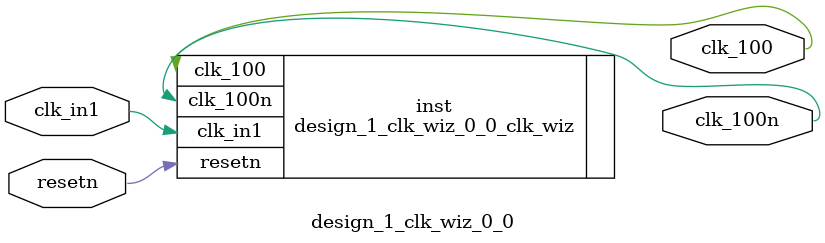
<source format=v>


`timescale 1ps/1ps

(* CORE_GENERATION_INFO = "design_1_clk_wiz_0_0,clk_wiz_v6_0_3_0_0,{component_name=design_1_clk_wiz_0_0,use_phase_alignment=true,use_min_o_jitter=false,use_max_i_jitter=false,use_dyn_phase_shift=false,use_inclk_switchover=false,use_dyn_reconfig=false,enable_axi=0,feedback_source=FDBK_AUTO,PRIMITIVE=MMCM,num_out_clk=2,clkin1_period=8.000,clkin2_period=10.000,use_power_down=false,use_reset=true,use_locked=false,use_inclk_stopped=false,feedback_type=SINGLE,CLOCK_MGR_TYPE=NA,manual_override=false}" *)

module design_1_clk_wiz_0_0 
 (
  // Clock out ports
  output        clk_100,
  output        clk_100n,
  // Status and control signals
  input         resetn,
 // Clock in ports
  input         clk_in1
 );

  design_1_clk_wiz_0_0_clk_wiz inst
  (
  // Clock out ports  
  .clk_100(clk_100),
  .clk_100n(clk_100n),
  // Status and control signals               
  .resetn(resetn), 
 // Clock in ports
  .clk_in1(clk_in1)
  );

endmodule

</source>
